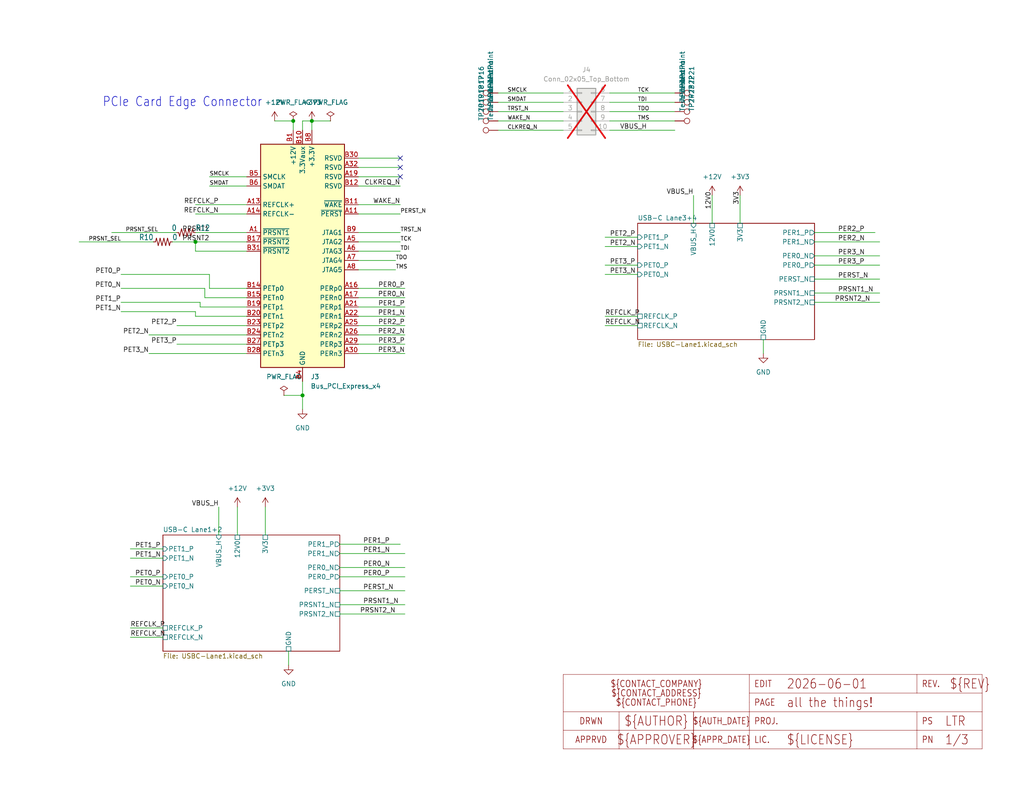
<source format=kicad_sch>
(kicad_sch (version 20230121) (generator eeschema)
  (paper "A")
  (title_block (date "2023-08-18") (rev "v1"))
  (lib_symbols
    (symbol "Connector:Bus_PCI_Express_x4"
      (property "Reference" "J" (at -8.89 33.02 0))
      (property "Value" "Bus_PCI_Express_x4" (at 12.7 33.02 0))
      (symbol "Bus_PCI_Express_x4_0_1"
        (rectangle (start -11.43 31.75) (end 11.43 -29.21) (stroke (width 0.254)) (fill (type background)))
      )
      (symbol "Bus_PCI_Express_x4_1_1"
        (pin passive line (at -15.24 7.62 0) (length 3.81) (name "~{PRSNT1}") (number "A1"))
        (pin passive line (at 2.54 35.56 270) (length 3.81) hide (name "+3.3V") (number "A10"))
        (pin input line (at 15.24 12.7 180) (length 3.81) (name "~{PERST}") (number "A11"))
        (pin passive line (at 0 -33.02 90) (length 3.81) hide (name "GND") (number "A12"))
        (pin input line (at -15.24 15.24 0) (length 3.81) (name "REFCLK+") (number "A13"))
        (pin input line (at -15.24 12.7 0) (length 3.81) (name "REFCLK-") (number "A14"))
        (pin passive line (at 0 -33.02 90) (length 3.81) hide (name "GND") (number "A15"))
        (pin output line (at 15.24 -7.62 180) (length 3.81) (name "PERp0") (number "A16"))
        (pin output line (at 15.24 -10.16 180) (length 3.81) (name "PERn0") (number "A17"))
        (pin passive line (at 0 -33.02 90) (length 3.81) hide (name "GND") (number "A18"))
        (pin passive line (at 15.24 22.86 180) (length 3.81) (name "RSVD") (number "A19"))
        (pin passive line (at -2.54 35.56 270) (length 3.81) hide (name "+12V") (number "A2"))
        (pin passive line (at 0 -33.02 90) (length 3.81) hide (name "GND") (number "A20"))
        (pin output line (at 15.24 -12.7 180) (length 3.81) (name "PERp1") (number "A21"))
        (pin output line (at 15.24 -15.24 180) (length 3.81) (name "PERn1") (number "A22"))
        (pin passive line (at 0 -33.02 90) (length 3.81) hide (name "GND") (number "A23"))
        (pin passive line (at 0 -33.02 90) (length 3.81) hide (name "GND") (number "A24"))
        (pin output line (at 15.24 -17.78 180) (length 3.81) (name "PERp2") (number "A25"))
        (pin output line (at 15.24 -20.32 180) (length 3.81) (name "PERn2") (number "A26"))
        (pin passive line (at 0 -33.02 90) (length 3.81) hide (name "GND") (number "A27"))
        (pin passive line (at 0 -33.02 90) (length 3.81) hide (name "GND") (number "A28"))
        (pin output line (at 15.24 -22.86 180) (length 3.81) (name "PERp3") (number "A29"))
        (pin passive line (at -2.54 35.56 270) (length 3.81) hide (name "+12V") (number "A3"))
        (pin output line (at 15.24 -25.4 180) (length 3.81) (name "PERn3") (number "A30"))
        (pin passive line (at 0 -33.02 90) (length 3.81) hide (name "GND") (number "A31"))
        (pin passive line (at 15.24 25.4 180) (length 3.81) (name "RSVD") (number "A32"))
        (pin passive line (at 0 -33.02 90) (length 3.81) hide (name "GND") (number "A4"))
        (pin input line (at 15.24 5.08 180) (length 3.81) (name "JTAG2") (number "A5"))
        (pin input line (at 15.24 2.54 180) (length 3.81) (name "JTAG3") (number "A6"))
        (pin output line (at 15.24 0 180) (length 3.81) (name "JTAG4") (number "A7"))
        (pin input line (at 15.24 -2.54 180) (length 3.81) (name "JTAG5") (number "A8"))
        (pin passive line (at 2.54 35.56 270) (length 3.81) hide (name "+3.3V") (number "A9"))
        (pin power_in line (at -2.54 35.56 270) (length 3.81) (name "+12V") (number "B1"))
        (pin power_in line (at 0 35.56 270) (length 3.81) (name "3.3Vaux") (number "B10"))
        (pin open_collector line (at 15.24 15.24 180) (length 3.81) (name "~{WAKE}") (number "B11"))
        (pin passive line (at 15.24 20.32 180) (length 3.81) (name "RSVD") (number "B12"))
        (pin passive line (at 0 -33.02 90) (length 3.81) hide (name "GND") (number "B13"))
        (pin input line (at -15.24 -7.62 0) (length 3.81) (name "PETp0") (number "B14"))
        (pin input line (at -15.24 -10.16 0) (length 3.81) (name "PETn0") (number "B15"))
        (pin passive line (at 0 -33.02 90) (length 3.81) hide (name "GND") (number "B16"))
        (pin passive line (at -15.24 5.08 0) (length 3.81) (name "~{PRSNT2}") (number "B17"))
        (pin passive line (at 0 -33.02 90) (length 3.81) hide (name "GND") (number "B18"))
        (pin input line (at -15.24 -12.7 0) (length 3.81) (name "PETp1") (number "B19"))
        (pin passive line (at -2.54 35.56 270) (length 3.81) hide (name "+12V") (number "B2"))
        (pin input line (at -15.24 -15.24 0) (length 3.81) (name "PETn1") (number "B20"))
        (pin passive line (at 0 -33.02 90) (length 3.81) hide (name "GND") (number "B21"))
        (pin passive line (at 0 -33.02 90) (length 3.81) hide (name "GND") (number "B22"))
        (pin input line (at -15.24 -17.78 0) (length 3.81) (name "PETp2") (number "B23"))
        (pin input line (at -15.24 -20.32 0) (length 3.81) (name "PETn2") (number "B24"))
        (pin passive line (at 0 -33.02 90) (length 3.81) hide (name "GND") (number "B25"))
        (pin passive line (at 0 -33.02 90) (length 3.81) hide (name "GND") (number "B26"))
        (pin input line (at -15.24 -22.86 0) (length 3.81) (name "PETp3") (number "B27"))
        (pin input line (at -15.24 -25.4 0) (length 3.81) (name "PETn3") (number "B28"))
        (pin passive line (at 0 -33.02 90) (length 3.81) hide (name "GND") (number "B29"))
        (pin passive line (at -2.54 35.56 270) (length 3.81) hide (name "+12V") (number "B3"))
        (pin passive line (at 15.24 27.94 180) (length 3.81) (name "RSVD") (number "B30"))
        (pin passive line (at -15.24 2.54 0) (length 3.81) (name "~{PRSNT2}") (number "B31"))
        (pin passive line (at 0 -33.02 90) (length 3.81) hide (name "GND") (number "B32"))
        (pin power_in line (at 0 -33.02 90) (length 3.81) (name "GND") (number "B4"))
        (pin input line (at -15.24 22.86 0) (length 3.81) (name "SMCLK") (number "B5"))
        (pin bidirectional line (at -15.24 20.32 0) (length 3.81) (name "SMDAT") (number "B6"))
        (pin passive line (at 0 -33.02 90) (length 3.81) hide (name "GND") (number "B7"))
        (pin power_in line (at 2.54 35.56 270) (length 3.81) (name "+3.3V") (number "B8"))
        (pin input line (at 15.24 7.62 180) (length 3.81) (name "JTAG1") (number "B9"))
      )
    )
    (symbol "Connector:TestPoint" (pin_numbers hide) (pin_names (offset 0.762) hide)
      (property "Reference" "TP" (at 0 6.858 0))
      (property "Value" "TestPoint" (at 0 5.08 0))
      (symbol "TestPoint_0_1"
        (circle (center 0 3.302) (radius 0.762))
      )
      (symbol "TestPoint_1_1"
        (pin passive line (at 0 0 90) (length 2.54) (name "1") (number "1"))
      )
    )
    (symbol "Connector_Generic:Conn_02x05_Top_Bottom" (pin_names (offset 1.016) hide)
      (property "Reference" "J" (at 1.27 7.62 0))
      (property "Value" "Conn_02x05_Top_Bottom" (at 1.27 -7.62 0))
      (symbol "Conn_02x05_Top_Bottom_1_1"
        (rectangle (start -1.27 -4.953) (end 0 -5.207) (stroke (width 0.1524)))
        (rectangle (start -1.27 -2.413) (end 0 -2.667) (stroke (width 0.1524)))
        (rectangle (start -1.27 0.127) (end 0 -0.127) (stroke (width 0.1524)))
        (rectangle (start -1.27 2.667) (end 0 2.413) (stroke (width 0.1524)))
        (rectangle (start -1.27 5.207) (end 0 4.953) (stroke (width 0.1524)))
        (rectangle (start -1.27 6.35) (end 3.81 -6.35) (stroke (width 0.254)) (fill (type background)))
        (rectangle (start 3.81 -4.953) (end 2.54 -5.207) (stroke (width 0.1524)))
        (rectangle (start 3.81 -2.413) (end 2.54 -2.667) (stroke (width 0.1524)))
        (rectangle (start 3.81 0.127) (end 2.54 -0.127) (stroke (width 0.1524)))
        (rectangle (start 3.81 2.667) (end 2.54 2.413) (stroke (width 0.1524)))
        (rectangle (start 3.81 5.207) (end 2.54 4.953) (stroke (width 0.1524)))
        (pin passive line (at -5.08 5.08 0) (length 3.81) (name "Pin_1") (number "1"))
        (pin passive line (at 7.62 -5.08 180) (length 3.81) (name "Pin_10") (number "10"))
        (pin passive line (at -5.08 2.54 0) (length 3.81) (name "Pin_2") (number "2"))
        (pin passive line (at -5.08 0 0) (length 3.81) (name "Pin_3") (number "3"))
        (pin passive line (at -5.08 -2.54 0) (length 3.81) (name "Pin_4") (number "4"))
        (pin passive line (at -5.08 -5.08 0) (length 3.81) (name "Pin_5") (number "5"))
        (pin passive line (at 7.62 5.08 180) (length 3.81) (name "Pin_6") (number "6"))
        (pin passive line (at 7.62 2.54 180) (length 3.81) (name "Pin_7") (number "7"))
        (pin passive line (at 7.62 0 180) (length 3.81) (name "Pin_8") (number "8"))
        (pin passive line (at 7.62 -2.54 180) (length 3.81) (name "Pin_9") (number "9"))
      )
    )
    (symbol "pcie2usbc-eagle-import:FRAME_LTR_L"
      (symbol "FRAME_LTR_L_1_0"
        (polyline (pts (xy 0 23.8125) (xy 3.81 23.8125)))
        (polyline (pts (xy 0 47.625) (xy 3.81 47.625)))
        (polyline (pts (xy 0 71.4375) (xy 3.81 71.4375)))
        (polyline (pts (xy 0 95.25) (xy 3.81 95.25)))
        (polyline (pts (xy 0 119.0625) (xy 3.81 119.0625)))
        (polyline (pts (xy 0 142.875) (xy 3.81 142.875)))
        (polyline (pts (xy 0 166.6875) (xy 3.81 166.6875)))
        (polyline (pts (xy 3.81 3.81) (xy 3.81 186.69)))
        (polyline (pts (xy 31.75 0) (xy 31.75 3.81)))
        (polyline (pts (xy 31.75 186.69) (xy 31.75 190.5)))
        (polyline (pts (xy 63.5 0) (xy 63.5 3.81)))
        (polyline (pts (xy 63.5 186.69) (xy 63.5 190.5)))
        (polyline (pts (xy 95.25 0) (xy 95.25 3.81)))
        (polyline (pts (xy 95.25 186.69) (xy 95.25 190.5)))
        (polyline (pts (xy 127 0) (xy 127 3.81)))
        (polyline (pts (xy 127 186.69) (xy 127 190.5)))
        (polyline (pts (xy 158.75 0) (xy 158.75 3.81)))
        (polyline (pts (xy 158.75 186.69) (xy 158.75 190.5)))
        (polyline (pts (xy 190.5 0) (xy 190.5 3.81)))
        (polyline (pts (xy 190.5 186.69) (xy 190.5 190.5)))
        (polyline (pts (xy 222.25 0) (xy 222.25 3.81)))
        (polyline (pts (xy 222.25 186.69) (xy 222.25 190.5)))
        (polyline (pts (xy 250.19 3.81) (xy 3.81 3.81)))
        (polyline (pts (xy 250.19 3.81) (xy 250.19 186.69)))
        (polyline (pts (xy 250.19 23.8125) (xy 254 23.8125)))
        (polyline (pts (xy 250.19 47.625) (xy 254 47.625)))
        (polyline (pts (xy 250.19 71.4375) (xy 254 71.4375)))
        (polyline (pts (xy 250.19 95.25) (xy 254 95.25)))
        (polyline (pts (xy 250.19 119.0625) (xy 254 119.0625)))
        (polyline (pts (xy 250.19 142.875) (xy 254 142.875)))
        (polyline (pts (xy 250.19 166.6875) (xy 254 166.6875)))
        (polyline (pts (xy 250.19 186.69) (xy 3.81 186.69)))
        (polyline (pts (xy 0 0) (xy 254 0) (xy 254 190.5) (xy 0 190.5) (xy 0 0)))
        (text "1" (at 15.875 1.905 0) (effects (font (size 2.54 2.286))))
        (text "1" (at 15.875 188.595 0) (effects (font (size 2.54 2.286))))
        (text "2" (at 47.625 1.905 0) (effects (font (size 2.54 2.286))))
        (text "2" (at 47.625 188.595 0) (effects (font (size 2.54 2.286))))
        (text "3" (at 79.375 1.905 0) (effects (font (size 2.54 2.286))))
        (text "3" (at 79.375 188.595 0) (effects (font (size 2.54 2.286))))
        (text "4" (at 111.125 1.905 0) (effects (font (size 2.54 2.286))))
        (text "4" (at 111.125 188.595 0) (effects (font (size 2.54 2.286))))
        (text "5" (at 142.875 1.905 0) (effects (font (size 2.54 2.286))))
        (text "5" (at 142.875 188.595 0) (effects (font (size 2.54 2.286))))
        (text "6" (at 174.625 1.905 0) (effects (font (size 2.54 2.286))))
        (text "6" (at 174.625 188.595 0) (effects (font (size 2.54 2.286))))
        (text "7" (at 206.375 1.905 0) (effects (font (size 2.54 2.286))))
        (text "7" (at 206.375 188.595 0) (effects (font (size 2.54 2.286))))
        (text "8" (at 238.125 1.905 0) (effects (font (size 2.54 2.286))))
        (text "8" (at 238.125 188.595 0) (effects (font (size 2.54 2.286))))
        (text "A" (at 1.905 178.5938 0) (effects (font (size 2.54 2.286))))
        (text "A" (at 252.095 178.5938 0) (effects (font (size 2.54 2.286))))
        (text "B" (at 1.905 154.7813 0) (effects (font (size 2.54 2.286))))
        (text "B" (at 252.095 154.7813 0) (effects (font (size 2.54 2.286))))
        (text "C" (at 1.905 130.9688 0) (effects (font (size 2.54 2.286))))
        (text "C" (at 252.095 130.9688 0) (effects (font (size 2.54 2.286))))
        (text "D" (at 1.905 107.1563 0) (effects (font (size 2.54 2.286))))
        (text "D" (at 252.095 107.1563 0) (effects (font (size 2.54 2.286))))
        (text "E" (at 1.905 83.3438 0) (effects (font (size 2.54 2.286))))
        (text "E" (at 252.095 83.3438 0) (effects (font (size 2.54 2.286))))
        (text "F" (at 1.905 59.5313 0) (effects (font (size 2.54 2.286))))
        (text "F" (at 252.095 59.5313 0) (effects (font (size 2.54 2.286))))
        (text "G" (at 1.905 35.7188 0) (effects (font (size 2.54 2.286))))
        (text "G" (at 252.095 35.7188 0) (effects (font (size 2.54 2.286))))
        (text "H" (at 1.905 11.9063 0) (effects (font (size 2.54 2.286))))
        (text "H" (at 252.095 11.9063 0) (effects (font (size 2.54 2.286))))
      )
      (symbol "FRAME_LTR_L_2_0"
        (polyline (pts (xy 0 0) (xy 0 5.08)) (stroke (width 0.1016)))
        (polyline (pts (xy 0 0) (xy 15.24 0)) (stroke (width 0.1016)))
        (polyline (pts (xy 0 5.08) (xy 0 10.16)) (stroke (width 0.1016)))
        (polyline (pts (xy 0 10.16) (xy 0 12.7)) (stroke (width 0.1016)))
        (polyline (pts (xy 0 10.16) (xy 15.24 10.16)) (stroke (width 0.1016)))
        (polyline (pts (xy 0 12.7) (xy 0 17.78)) (stroke (width 0.1016)))
        (polyline (pts (xy 0 17.78) (xy 0 20.32)) (stroke (width 0.1016)))
        (polyline (pts (xy 15.24 0) (xy 15.24 5.08)) (stroke (width 0.1016)))
        (polyline (pts (xy 15.24 0) (xy 35.56 0)) (stroke (width 0.1016)))
        (polyline (pts (xy 15.24 5.08) (xy 0 5.08)) (stroke (width 0.1016)))
        (polyline (pts (xy 15.24 5.08) (xy 15.24 10.16)) (stroke (width 0.1016)))
        (polyline (pts (xy 15.24 10.16) (xy 35.56 10.16)) (stroke (width 0.1016)))
        (polyline (pts (xy 35.56 0) (xy 35.56 5.08)) (stroke (width 0.1016)))
        (polyline (pts (xy 35.56 0) (xy 35.56 5.08)) (stroke (width 0.1016)))
        (polyline (pts (xy 35.56 0) (xy 50.8 0)) (stroke (width 0.1016)))
        (polyline (pts (xy 35.56 5.08) (xy 15.24 5.08)) (stroke (width 0.1016)))
        (polyline (pts (xy 35.56 5.08) (xy 35.56 10.16)) (stroke (width 0.1016)))
        (polyline (pts (xy 35.56 5.08) (xy 35.56 10.16)) (stroke (width 0.1016)))
        (polyline (pts (xy 35.56 10.16) (xy 50.8 10.16)) (stroke (width 0.1016)))
        (polyline (pts (xy 50.8 0) (xy 50.8 5.08)) (stroke (width 0.1016)))
        (polyline (pts (xy 50.8 0) (xy 96.52 0)) (stroke (width 0.1016)))
        (polyline (pts (xy 50.8 5.08) (xy 35.56 5.08)) (stroke (width 0.1016)))
        (polyline (pts (xy 50.8 5.08) (xy 50.8 10.16)) (stroke (width 0.1016)))
        (polyline (pts (xy 50.8 10.16) (xy 50.8 12.7)) (stroke (width 0.1016)))
        (polyline (pts (xy 50.8 10.16) (xy 96.52 10.16)) (stroke (width 0.1016)))
        (polyline (pts (xy 50.8 12.7) (xy 50.8 15.24)) (stroke (width 0.1016)))
        (polyline (pts (xy 50.8 15.24) (xy 50.8 20.32)) (stroke (width 0.1016)))
        (polyline (pts (xy 50.8 15.24) (xy 96.52 15.24)) (stroke (width 0.1016)))
        (polyline (pts (xy 50.8 20.32) (xy 0 20.32)) (stroke (width 0.1016)))
        (polyline (pts (xy 96.52 0) (xy 114.3 0)) (stroke (width 0.1016)))
        (polyline (pts (xy 96.52 5.08) (xy 50.8 5.08)) (stroke (width 0.1016)))
        (polyline (pts (xy 96.52 5.08) (xy 96.52 0)) (stroke (width 0.1016)))
        (polyline (pts (xy 96.52 10.16) (xy 96.52 5.08)) (stroke (width 0.1016)))
        (polyline (pts (xy 96.52 10.16) (xy 114.3 10.16)) (stroke (width 0.1016)))
        (polyline (pts (xy 96.52 15.24) (xy 114.3 15.24)) (stroke (width 0.1016)))
        (polyline (pts (xy 96.52 20.32) (xy 50.8 20.32)) (stroke (width 0.1016)))
        (polyline (pts (xy 96.52 20.32) (xy 96.52 15.24)) (stroke (width 0.1016)))
        (polyline (pts (xy 114.3 5.08) (xy 96.52 5.08)) (stroke (width 0.1016)))
        (polyline (pts (xy 114.3 5.08) (xy 114.3 0)) (stroke (width 0.1016)))
        (polyline (pts (xy 114.3 10.16) (xy 114.3 5.08)) (stroke (width 0.1016)))
        (polyline (pts (xy 114.3 15.24) (xy 114.3 10.16)) (stroke (width 0.1016)))
        (polyline (pts (xy 114.3 20.32) (xy 96.52 20.32)) (stroke (width 0.1016)))
        (polyline (pts (xy 114.3 20.32) (xy 114.3 15.24)) (stroke (width 0.1016)))
        (text "${#}/${##}" (at 104.14 2.54 0) (effects (font (size 2.54 2.159)) (justify left)))
        (text "${APPR_DATE}" (at 43.18 2.54 0) (effects (font (size 1.778 1.5113))))
        (text "${APPROVER}" (at 25.4 2.54 0) (effects (font (size 2.54 2.159))))
        (text "${AUTH_DATE}" (at 43.18 7.62 0) (effects (font (size 1.778 1.5113))))
        (text "${AUTHOR}" (at 25.4 7.62 0) (effects (font (size 2.54 2.159))))
        (text "${CONTACT_ADDRESS}" (at 25.4 15.24 0) (effects (font (size 1.778 1.5113))))
        (text "${CONTACT_COMPANY}" (at 25.4 17.78 0) (effects (font (size 1.778 1.5113))))
        (text "${CONTACT_PHONE}" (at 25.4 12.7 0) (effects (font (size 1.778 1.5113))))
        (text "${CURRENT_DATE}" (at 60.96 17.78 0) (effects (font (size 2.54 2.159)) (justify left)))
        (text "${LICENSE}" (at 60.96 2.54 0) (effects (font (size 2.54 2.159)) (justify left)))
        (text "${PROJECTNAME}" (at 60.96 7.62 0) (effects (font (size 2.54 2.159)) (justify left)))
        (text "${REV}" (at 105.41 17.78 0) (effects (font (size 2.54 2.159)) (justify left)))
        (text "${SECTION}" (at 60.96 12.7 0) (effects (font (size 2.54 2.159)) (justify left)))
        (text "APPRVD" (at 7.62 2.54 0) (effects (font (size 1.778 1.5113))))
        (text "DRWN" (at 7.62 7.62 0) (effects (font (size 1.778 1.5113))))
        (text "EDIT" (at 52.07 17.78 0) (effects (font (size 1.778 1.5113)) (justify left)))
        (text "LIC." (at 52.07 2.54 0) (effects (font (size 1.778 1.5113)) (justify left)))
        (text "LTR" (at 104.14 7.62 0) (effects (font (size 2.54 2.159)) (justify left)))
        (text "PAGE" (at 52.07 12.7 0) (effects (font (size 1.778 1.5113)) (justify left)))
        (text "PN" (at 97.79 2.54 0) (effects (font (size 1.778 1.5113)) (justify left)))
        (text "PROJ." (at 52.07 7.62 0) (effects (font (size 1.778 1.5113)) (justify left)))
        (text "PS" (at 97.79 7.62 0) (effects (font (size 1.778 1.5113)) (justify left)))
        (text "REV." (at 97.79 17.78 0) (effects (font (size 1.778 1.5113)) (justify left)))
      )
    )
    (symbol "pcie2usbc-eagle-import:R-US_R0603"
      (property "Reference" "R" (at 2.54 1.27 0))
      (symbol "R-US_R0603_1_0"
        (polyline (pts (xy -1.016 -1.778) (xy 0 -2.032)) (stroke (width 0.2032)))
        (polyline (pts (xy -1.016 -0.762) (xy 1.016 -0.254)) (stroke (width 0.2032)))
        (polyline (pts (xy -1.016 0.254) (xy 1.016 0.762)) (stroke (width 0.2032)))
        (polyline (pts (xy -1.016 1.27) (xy 1.016 1.778)) (stroke (width 0.2032)))
        (polyline (pts (xy 0 -2.032) (xy 0 -2.54)) (stroke (width 0.2032)))
        (polyline (pts (xy 0 2.032) (xy 0 2.54)) (stroke (width 0.2032)))
        (polyline (pts (xy 1.016 -1.27) (xy -1.016 -1.778)) (stroke (width 0.2032)))
        (polyline (pts (xy 1.016 -1.27) (xy -1.016 -0.762)) (stroke (width 0.2032)))
        (polyline (pts (xy 1.016 -0.254) (xy -1.016 0.254)) (stroke (width 0.2032)))
        (polyline (pts (xy 1.016 0.762) (xy -1.016 1.27)) (stroke (width 0.2032)))
        (polyline (pts (xy 1.016 1.778) (xy 0 2.032)) (stroke (width 0.2032)))
        (pin passive line (at 0 -2.54 90) (length 0) (name "1") (number "1"))
        (pin passive line (at 0 2.54 270) (length 0) (name "2") (number "2"))
      )
    )
    (symbol "power:+12V" (power) (pin_names (offset 0))
      (property "Value" "+12V" (at 0 3.556 0))
      (symbol "+12V_0_1"
        (polyline (pts (xy -0.762 1.27) (xy 0 2.54)))
        (polyline (pts (xy 0 0) (xy 0 2.54)))
        (polyline (pts (xy 0 2.54) (xy 0.762 1.27)))
      )
      (symbol "+12V_1_1"
        (pin power_in line (at 0 0 90) (length 0) hide (name "+12V") (number "1"))
      )
    )
    (symbol "power:+3V3" (power) (pin_names (offset 0))
      (property "Value" "+3V3" (at 0 3.556 0))
      (symbol "+3V3_0_1"
        (polyline (pts (xy -0.762 1.27) (xy 0 2.54)))
        (polyline (pts (xy 0 0) (xy 0 2.54)))
        (polyline (pts (xy 0 2.54) (xy 0.762 1.27)))
      )
      (symbol "+3V3_1_1"
        (pin power_in line (at 0 0 90) (length 0) hide (name "+3V3") (number "1"))
      )
    )
    (symbol "power:GND" (power) (pin_names (offset 0))
      (property "Value" "GND" (at 0 -3.81 0))
      (symbol "GND_0_1"
        (polyline (pts (xy 0 0) (xy 0 -1.27) (xy 1.27 -1.27) (xy 0 -2.54) (xy -1.27 -1.27) (xy 0 -1.27)))
      )
      (symbol "GND_1_1"
        (pin power_in line (at 0 0 270) (length 0) hide (name "GND") (number "1"))
      )
    )
    (symbol "power:PWR_FLAG" (power) (pin_numbers hide) (pin_names (offset 0) hide)
      (property "Value" "PWR_FLAG" (at 0 3.81 0))
      (symbol "PWR_FLAG_0_0"
        (pin power_out line (at 0 0 90) (length 0) (name "pwr") (number "1"))
      )
      (symbol "PWR_FLAG_0_1"
        (polyline (pts (xy 0 0) (xy 0 1.27) (xy -1.016 1.905) (xy 0 2.54) (xy 1.016 1.905) (xy 0 1.27)))
      )
    )
  )
  (junction (at 85.09 33.02))
  (junction (at 80.01 33.02))
  (junction (at 53.34 66.04))
  (junction (at 82.55 107.95))
  (no_connect (at 109.22 43.18))
  (no_connect (at 109.22 48.26))
  (no_connect (at 109.22 45.72))
  (wire (pts (xy 48.26 93.98) (xy 67.31 93.98)))
  (wire (pts (xy 53.34 68.58) (xy 67.31 68.58)))
  (wire (pts (xy 165.1 72.39) (xy 173.99 72.39)))
  (wire (pts (xy 54.61 83.82) (xy 54.61 82.55)))
  (wire (pts (xy 222.25 76.2) (xy 240.03 76.2)))
  (wire (pts (xy 53.34 55.88) (xy 67.31 55.88)))
  (wire (pts (xy 53.34 58.42) (xy 67.31 58.42)))
  (wire (pts (xy 166.37 27.94) (xy 184.15 27.94)) (stroke (width 0.1524)))
  (wire (pts (xy 153.67 25.4) (xy 135.89 25.4)) (stroke (width 0.1524)))
  (wire (pts (xy 85.09 33.02) (xy 90.17 33.02)))
  (wire (pts (xy 92.71 165.1) (xy 110.49 165.1)))
  (wire (pts (xy 222.25 80.01) (xy 240.03 80.01)))
  (wire (pts (xy 85.09 35.56) (xy 85.09 33.02)))
  (wire (pts (xy 97.79 78.74) (xy 110.49 78.74)))
  (wire (pts (xy 97.79 71.12) (xy 107.95 71.12)))
  (wire (pts (xy 165.1 74.93) (xy 173.99 74.93)))
  (wire (pts (xy 57.15 74.93) (xy 33.02 74.93)))
  (wire (pts (xy 35.56 152.4) (xy 44.45 152.4)))
  (wire (pts (xy 92.71 167.64) (xy 110.49 167.64)))
  (wire (pts (xy 67.31 83.82) (xy 54.61 83.82)))
  (wire (pts (xy 35.56 157.48) (xy 44.45 157.48)))
  (wire (pts (xy 55.88 81.28) (xy 55.88 78.74)))
  (wire (pts (xy 222.25 82.55) (xy 240.03 82.55)))
  (wire (pts (xy 97.79 73.66) (xy 107.95 73.66)))
  (wire (pts (xy 67.31 81.28) (xy 55.88 81.28)))
  (wire (pts (xy 48.26 88.9) (xy 67.31 88.9)))
  (wire (pts (xy 208.28 92.71) (xy 208.28 96.52)))
  (wire (pts (xy 35.56 149.86) (xy 44.45 149.86)))
  (wire (pts (xy 189.23 53.34) (xy 189.23 60.96)))
  (wire (pts (xy 59.69 138.43) (xy 59.69 146.05)))
  (wire (pts (xy 64.77 138.43) (xy 64.77 146.05)))
  (wire (pts (xy 40.64 96.52) (xy 67.31 96.52)))
  (wire (pts (xy 165.1 64.77) (xy 173.99 64.77)))
  (wire (pts (xy 97.79 81.28) (xy 110.49 81.28)))
  (wire (pts (xy 222.25 66.04) (xy 240.03 66.04)))
  (wire (pts (xy 153.67 27.94) (xy 135.89 27.94)) (stroke (width 0.1524)))
  (wire (pts (xy 53.34 66.04) (xy 67.31 66.04)))
  (wire (pts (xy 33.02 85.09) (xy 53.34 85.09)))
  (wire (pts (xy 92.71 151.13) (xy 110.49 151.13)))
  (wire (pts (xy 57.15 50.8) (xy 67.31 50.8)))
  (wire (pts (xy 194.31 53.34) (xy 194.31 60.96)))
  (wire (pts (xy 222.25 63.5) (xy 238.76 63.5)))
  (wire (pts (xy 57.15 78.74) (xy 57.15 74.93)))
  (wire (pts (xy 97.79 50.8) (xy 109.22 50.8)))
  (wire (pts (xy 48.26 63.5) (xy 30.48 63.5)) (stroke (width 0.1524)))
  (wire (pts (xy 92.71 148.59) (xy 109.22 148.59)))
  (wire (pts (xy 54.61 82.55) (xy 33.02 82.55)))
  (wire (pts (xy 35.56 160.02) (xy 44.45 160.02)))
  (wire (pts (xy 97.79 63.5) (xy 109.22 63.5)))
  (wire (pts (xy 165.1 67.31) (xy 173.99 67.31)))
  (wire (pts (xy 74.93 33.02) (xy 80.01 33.02)))
  (wire (pts (xy 82.55 35.56) (xy 82.55 33.02)))
  (wire (pts (xy 77.47 107.95) (xy 82.55 107.95)))
  (wire (pts (xy 166.37 33.02) (xy 184.15 33.02)) (stroke (width 0.1524)))
  (wire (pts (xy 153.67 35.56) (xy 135.89 35.56)) (stroke (width 0.1524)))
  (wire (pts (xy 97.79 83.82) (xy 110.49 83.82)))
  (wire (pts (xy 46.99 66.04) (xy 53.34 66.04)))
  (wire (pts (xy 97.79 58.42) (xy 109.22 58.42)))
  (wire (pts (xy 53.34 63.5) (xy 67.31 63.5)))
  (wire (pts (xy 97.79 91.44) (xy 110.49 91.44)))
  (wire (pts (xy 92.71 157.48) (xy 110.49 157.48)))
  (wire (pts (xy 97.79 48.26) (xy 109.22 48.26)))
  (wire (pts (xy 153.67 33.02) (xy 135.89 33.02)) (stroke (width 0.1524)))
  (wire (pts (xy 97.79 55.88) (xy 109.22 55.88)))
  (wire (pts (xy 97.79 43.18) (xy 109.22 43.18)))
  (wire (pts (xy 97.79 45.72) (xy 109.22 45.72)))
  (wire (pts (xy 97.79 88.9) (xy 110.49 88.9)))
  (wire (pts (xy 153.67 30.48) (xy 135.89 30.48)) (stroke (width 0.1524)))
  (wire (pts (xy 80.01 35.56) (xy 80.01 33.02)))
  (wire (pts (xy 92.71 154.94) (xy 110.49 154.94)))
  (wire (pts (xy 53.34 85.09) (xy 53.34 86.36)))
  (wire (pts (xy 82.55 33.02) (xy 85.09 33.02)))
  (wire (pts (xy 35.56 173.99) (xy 44.45 173.99)))
  (wire (pts (xy 53.34 66.04) (xy 53.34 68.58)))
  (wire (pts (xy 201.93 53.34) (xy 201.93 60.96)))
  (wire (pts (xy 165.1 88.9) (xy 173.99 88.9)))
  (wire (pts (xy 35.56 171.45) (xy 44.45 171.45)))
  (wire (pts (xy 97.79 68.58) (xy 109.22 68.58)))
  (wire (pts (xy 53.34 86.36) (xy 67.31 86.36)))
  (wire (pts (xy 97.79 86.36) (xy 110.49 86.36)))
  (wire (pts (xy 166.37 35.56) (xy 184.15 35.56)))
  (wire (pts (xy 97.79 93.98) (xy 110.49 93.98)))
  (wire (pts (xy 97.79 66.04) (xy 109.22 66.04)))
  (wire (pts (xy 165.1 86.36) (xy 173.99 86.36)))
  (wire (pts (xy 166.37 25.4) (xy 184.15 25.4)) (stroke (width 0.1524)))
  (wire (pts (xy 55.88 78.74) (xy 33.02 78.74)))
  (wire (pts (xy 222.25 69.85) (xy 240.03 69.85)))
  (wire (pts (xy 72.39 138.43) (xy 72.39 146.05)))
  (wire (pts (xy 166.37 30.48) (xy 184.15 30.48)) (stroke (width 0.1524)))
  (wire (pts (xy 78.74 177.8) (xy 78.74 181.61)))
  (wire (pts (xy 82.55 111.76) (xy 82.55 107.95)))
  (wire (pts (xy 82.55 107.95) (xy 82.55 104.14)))
  (wire (pts (xy 40.64 91.44) (xy 67.31 91.44)))
  (wire (pts (xy 222.25 72.39) (xy 240.03 72.39)))
  (wire (pts (xy 92.71 161.29) (xy 110.49 161.29)))
  (wire (pts (xy 67.31 78.74) (xy 57.15 78.74)))
  (wire (pts (xy 41.91 66.04) (xy 21.59 66.04)) (stroke (width 0.1524)))
  (wire (pts (xy 97.79 96.52) (xy 110.49 96.52)))
  (wire (pts (xy 57.15 48.26) (xy 67.31 48.26)))
  (text "PCIe Card Edge Connector" (at 27.94 27.94 0) (effects (font (size 2.54 2.159)) (justify left)))
  (label "3V3" (at 201.93 55.88 90))
  (label "WAKE_N" (at 109.22 55.88 180))
  (label "VBUS_H" (at 189.23 53.34 180))
  (label "SMDAT" (at 57.15 50.8 0) (effects (font (size 1.0668 1.0668))))
  (label "TRST_N" (at 138.43 30.48 0) (effects (font (size 1.0668 1.0668))))
  (label "VBUS_H" (at 59.69 138.43 180))
  (label "TDO" (at 107.95 71.12 0) (effects (font (size 1.0668 1.0668))))
  (label "TDO" (at 173.99 30.48 0) (effects (font (size 1.0668 1.0668))))
  (label "TMS" (at 173.99 33.02 0) (effects (font (size 1.0668 1.0668))))
  (label "REFCLK_N" (at 35.56 173.99 0))
  (label "PERST_N" (at 228.6 76.2 0))
  (label "REFCLK_P" (at 35.56 171.45 0))
  (label "PER0_N" (at 99.06 154.94 0))
  (label "PER3_P" (at 110.49 93.98 180))
  (label "PRSNT2" (at 57.15 66.04 180))
  (label "PET1_P" (at 33.02 82.55 180))
  (label "TDI" (at 173.99 27.94 0) (effects (font (size 1.0668 1.0668))))
  (label "PER2_P" (at 110.49 88.9 180))
  (label "REFCLK_P" (at 59.69 55.88 180))
  (label "SMCLK" (at 57.15 48.26 0) (effects (font (size 1.0668 1.0668))))
  (label "PET2_N" (at 40.64 91.44 180))
  (label "CLKREQ_N" (at 109.22 50.8 180))
  (label "SMDAT" (at 138.43 27.94 0) (effects (font (size 1.0668 1.0668))))
  (label "PRSNT1_N" (at 99.06 165.1 0))
  (label "PRSNT1" (at 57.15 63.5 180))
  (label "PERST_N" (at 99.06 161.29 0))
  (label "PRSNT1_N" (at 228.6 80.01 0))
  (label "VBUS_H" (at 176.53 35.56 180))
  (label "PER2_N" (at 110.49 91.44 180))
  (label "PET0_N" (at 36.83 160.02 0))
  (label "PERST_N" (at 109.22 58.42 0) (effects (font (size 1.0668 1.0668))))
  (label "PER0_P" (at 99.06 157.48 0))
  (label "PER0_N" (at 110.49 81.28 180))
  (label "PET0_N" (at 33.02 78.74 180))
  (label "TDI" (at 109.22 68.58 0) (effects (font (size 1.0668 1.0668))))
  (label "PRSNT2_N" (at 107.95 167.64 180))
  (label "PER1_N" (at 110.49 86.36 180))
  (label "PET2_N" (at 166.37 67.31 0))
  (label "CLKREQ_N" (at 138.43 35.56 0) (effects (font (size 1.0668 1.0668))))
  (label "PET0_P" (at 36.83 157.48 0))
  (label "TRST_N" (at 109.22 63.5 0) (effects (font (size 1.0668 1.0668))))
  (label "PET1_P" (at 36.83 149.86 0))
  (label "PRSNT2_N" (at 237.49 82.55 180))
  (label "PET1_N" (at 36.83 152.4 0))
  (label "PET3_P" (at 48.26 93.98 180))
  (label "PET3_N" (at 166.37 74.93 0))
  (label "PER1_P" (at 99.06 148.59 0))
  (label "PET0_P" (at 33.02 74.93 180))
  (label "12V0" (at 194.31 57.15 90))
  (label "PER3_N" (at 110.49 96.52 180))
  (label "REFCLK_N" (at 59.69 58.42 180))
  (label "TMS" (at 107.95 73.66 0) (effects (font (size 1.0668 1.0668))))
  (label "SMCLK" (at 138.43 25.4 0) (effects (font (size 1.0668 1.0668))))
  (label "PER1_P" (at 110.49 83.82 180))
  (label "PRSNT_SEL" (at 24.13 66.04 0) (effects (font (size 1.0668 1.0668))))
  (label "PET2_P" (at 166.37 64.77 0))
  (label "WAKE_N" (at 138.43 33.02 0) (effects (font (size 1.0668 1.0668))))
  (label "TCK" (at 173.99 25.4 0) (effects (font (size 1.0668 1.0668))))
  (label "PET3_P" (at 166.37 72.39 0))
  (label "PER0_P" (at 110.49 78.74 180))
  (label "REFCLK_N" (at 165.1 88.9 0))
  (label "TCK" (at 109.22 66.04 0) (effects (font (size 1.0668 1.0668))))
  (label "PET1_N" (at 33.02 85.09 180))
  (label "PET2_P" (at 48.26 88.9 180))
  (label "REFCLK_P" (at 165.1 86.36 0))
  (label "PER3_N" (at 228.6 69.85 0))
  (label "PET3_N" (at 40.64 96.52 180))
  (label "PER1_N" (at 99.06 151.13 0))
  (label "PRSNT_SEL" (at 43.18 63.5 180) (effects (font (size 1.0668 1.0668))))
  (label "PER2_N" (at 228.6 66.04 0))
  (label "PER2_P" (at 228.6 63.5 0))
  (label "PER3_P" (at 228.6 72.39 0))
  (symbol (lib_id "power:PWR_FLAG") (at 77.47 107.95 0) (unit 1)
    (property "Reference" "#FLG01" (effects hide))
    (property "Value" "PWR_FLAG" (at 77.47 102.87 0))
  )
  (symbol (lib_id "Connector:TestPoint") (at 184.15 33.02 270) (mirror x) (unit 1)
    (property "Reference" "TP24" (at 188.722 30.48 0) (effects (justify left)))
    (property "Value" "TestPoint" (at 186.182 30.48 0) (effects (justify left)))
    (property "Footprint" "TestPoint:TestPoint_Pad_D2.0mm" (effects hide))
  )
  (symbol (lib_id "pcie2usbc-eagle-import:FRAME_LTR_L") (at 153.67 204.47 0) (unit 2)
    (property "Reference" "#FRAME1" (effects hide))
    (property "Value" "FRAME_LTR_L" (effects hide))
    (property "SECTION" "all the things!" (effects hide))
  )
  (symbol (lib_id "Connector:TestPoint") (at 135.89 35.56 90) (unit 1)
    (property "Reference" "TP20" (at 131.318 33.02 0) (effects (justify left)))
    (property "Value" "TestPoint" (at 133.858 33.02 0) (effects (justify left)))
    (property "Footprint" "TestPoint:TestPoint_Pad_D2.0mm" (effects hide))
  )
  (symbol (lib_id "Connector:TestPoint") (at 184.15 25.4 270) (mirror x) (unit 1)
    (property "Reference" "TP21" (at 188.722 22.86 0) (effects (justify left)))
    (property "Value" "TestPoint" (at 186.182 22.86 0) (effects (justify left)))
    (property "Footprint" "TestPoint:TestPoint_Pad_D2.0mm" (effects hide))
  )
  (symbol (lib_id "power:GND") (at 208.28 96.52 0) (unit 1)
    (property "Reference" "#PWR011" (effects hide))
    (property "Value" "GND" (at 208.28 101.6 0))
  )
  (symbol (lib_id "power:+3V3") (at 85.09 33.02 0) (unit 1)
    (property "Reference" "#PWR021" (effects hide))
    (property "Value" "+3V3" (at 85.09 27.94 0))
  )
  (symbol (lib_id "Connector:TestPoint") (at 135.89 27.94 90) (unit 1)
    (property "Reference" "TP17" (at 131.318 25.4 0) (effects (justify left)))
    (property "Value" "TestPoint" (at 133.858 25.4 0) (effects (justify left)))
    (property "Footprint" "TestPoint:TestPoint_Pad_D2.0mm" (effects hide))
  )
  (symbol (lib_id "pcie2usbc-eagle-import:R-US_R0603") (at 44.45 66.04 270) (unit 1)
    (property "Reference" "R10" (at 41.91 64.77 90) (effects (font (size 1.524 1.2954)) (justify right)))
    (property "Value" "0" (at 46.99 64.77 90) (effects (font (size 1.524 1.2954)) (justify left)))
    (property "Footprint" "pcie2usbc:R0603" (effects hide))
  )
  (symbol (lib_id "Connector:TestPoint") (at 184.15 27.94 270) (mirror x) (unit 1)
    (property "Reference" "TP22" (at 188.722 25.4 0) (effects (justify left)))
    (property "Value" "TestPoint" (at 186.182 25.4 0) (effects (justify left)))
    (property "Footprint" "TestPoint:TestPoint_Pad_D2.0mm" (effects hide))
  )
  (symbol (lib_id "Connector:TestPoint") (at 135.89 30.48 90) (unit 1)
    (property "Reference" "TP18" (at 131.318 27.94 0) (effects (justify left)))
    (property "Value" "TestPoint" (at 133.858 27.94 0) (effects (justify left)))
    (property "Footprint" "TestPoint:TestPoint_Pad_D2.0mm" (effects hide))
  )
  (symbol (lib_id "power:+12V") (at 74.93 33.02 0) (unit 1)
    (property "Reference" "#PWR01" (effects hide))
    (property "Value" "+12V" (at 74.93 27.94 0))
  )
  (symbol (lib_id "power:+12V") (at 64.77 138.43 0) (unit 1)
    (property "Reference" "#PWR018" (effects hide))
    (property "Value" "+12V" (at 64.77 133.35 0))
  )
  (symbol (lib_id "Connector:TestPoint") (at 184.15 30.48 270) (mirror x) (unit 1)
    (property "Reference" "TP23" (at 188.722 27.94 0) (effects (justify left)))
    (property "Value" "TestPoint" (at 186.182 27.94 0) (effects (justify left)))
    (property "Footprint" "TestPoint:TestPoint_Pad_D2.0mm" (effects hide))
  )
  (symbol (lib_id "Connector:TestPoint") (at 135.89 25.4 90) (unit 1)
    (property "Reference" "TP16" (at 131.318 22.86 0) (effects (justify left)))
    (property "Value" "TestPoint" (at 133.858 22.86 0) (effects (justify left)))
    (property "Footprint" "TestPoint:TestPoint_Pad_D2.0mm" (effects hide))
  )
  (symbol (lib_id "Connector:Bus_PCI_Express_x4") (at 82.55 71.12 0) (unit 1)
    (property "Reference" "J3" (at 84.7441 102.87 0) (effects (justify left)))
    (property "Value" "Bus_PCI_Express_x4" (at 84.7441 105.41 0) (effects (justify left)))
    (property "Footprint" "Connector_PCBEdge:BUS_PCIexpress_x4" (effects hide))
    (property "Datasheet" "http://www.ritrontek.com/uploadfile/2016/1026/20161026105231124.pdf#page=63" (effects hide))
  )
  (symbol (lib_id "power:GND") (at 78.74 181.61 0) (unit 1)
    (property "Reference" "#PWR010" (effects hide))
    (property "Value" "GND" (at 78.74 186.69 0))
  )
  (symbol (lib_id "Connector_Generic:Conn_02x05_Top_Bottom") (at 158.75 30.48 0) (unit 1) (dnp yes)
    (property "Reference" "J4" (at 160.02 19.05 0))
    (property "Value" "Conn_02x05_Top_Bottom" (at 160.02 21.59 0))
    (property "Footprint" "Connector_PinHeader_2.54mm:PinHeader_2x05_P2.54mm_Vertical" (effects hide))
  )
  (symbol (lib_id "power:PWR_FLAG") (at 90.17 33.02 0) (unit 1)
    (property "Reference" "#FLG03" (effects hide))
    (property "Value" "PWR_FLAG" (at 90.17 27.94 0))
  )
  (symbol (lib_id "pcie2usbc-eagle-import:R-US_R0603") (at 50.8 63.5 90) (mirror x) (unit 1)
    (property "Reference" "R12" (at 53.34 62.23 90) (effects (font (size 1.524 1.2954)) (justify right)))
    (property "Value" "0" (at 48.26 62.23 90) (effects (font (size 1.524 1.2954)) (justify left)))
    (property "Footprint" "pcie2usbc:R0603" (effects hide))
  )
  (symbol (lib_id "power:+12V") (at 194.31 53.34 0) (unit 1)
    (property "Reference" "#PWR02" (effects hide))
    (property "Value" "+12V" (at 194.31 48.26 0))
  )
  (symbol (lib_id "power:GND") (at 82.55 111.76 0) (unit 1)
    (property "Reference" "#PWR09" (effects hide))
    (property "Value" "GND" (at 82.55 116.84 0))
  )
  (symbol (lib_id "power:+3V3") (at 201.93 53.34 0) (unit 1)
    (property "Reference" "#PWR020" (effects hide))
    (property "Value" "+3V3" (at 201.93 48.26 0))
  )
  (symbol (lib_id "power:PWR_FLAG") (at 80.01 33.02 0) (unit 1)
    (property "Reference" "#FLG02" (effects hide))
    (property "Value" "PWR_FLAG" (at 80.01 27.94 0))
  )
  (symbol (lib_id "power:+3V3") (at 72.39 138.43 0) (unit 1)
    (property "Reference" "#PWR019" (effects hide))
    (property "Value" "+3V3" (at 72.39 133.35 0))
  )
  (symbol (lib_id "Connector:TestPoint") (at 135.89 33.02 90) (unit 1)
    (property "Reference" "TP19" (at 131.318 30.48 0) (effects (justify left)))
    (property "Value" "TestPoint" (at 133.858 30.48 0) (effects (justify left)))
    (property "Footprint" "TestPoint:TestPoint_Pad_D2.0mm" (effects hide))
  )
  (sheet (at 44.45 146.05) (size 48.26 31.75) (stroke (width 0.1524))
    (property "Sheetname" "USB-C Lane1+2" (at 44.45 145.3384 0) (effects (justify left bottom)))
    (property "Sheetfile" "USBC-Lane1.kicad_sch" (at 44.45 178.3846 0) (effects (justify left top)))
    (pin "PER1_P" output (at 92.71 148.59 0))
    (pin "PER0_N" output (at 92.71 154.94 0))
    (pin "PER0_P" output (at 92.71 157.48 0))
    (pin "PET1_P" input (at 44.45 149.86 180))
    (pin "PET1_N" input (at 44.45 152.4 180))
    (pin "REFCLK_P" passive (at 44.45 171.45 180))
    (pin "REFCLK_N" passive (at 44.45 173.99 180))
    (pin "PER1_N" output (at 92.71 151.13 0))
    (pin "PET0_P" input (at 44.45 157.48 180))
    (pin "PET0_N" input (at 44.45 160.02 180))
    (pin "PERST_N" passive (at 92.71 161.29 0))
    (pin "PRSNT1_N" passive (at 92.71 165.1 0))
    (pin "PRSNT2_N" passive (at 92.71 167.64 0))
    (pin "GND" passive (at 78.74 177.8 270))
    (pin "12V0" passive (at 64.77 146.05 90))
    (pin "3V3" passive (at 72.39 146.05 90))
    (pin "VBUS_H" input (at 59.69 146.05 90))
  )
  (sheet (at 173.99 60.96) (size 48.26 31.75) (stroke (width 0.1524))
    (property "Sheetname" "USB-C Lane3+4" (at 173.99 60.2484 0) (effects (justify left bottom)))
    (property "Sheetfile" "USBC-Lane1.kicad_sch" (at 173.99 93.2946 0) (effects (justify left top)))
    (pin "PER1_P" output (at 222.25 63.5 0))
    (pin "PER0_N" output (at 222.25 69.85 0))
    (pin "PER0_P" output (at 222.25 72.39 0))
    (pin "PET1_P" input (at 173.99 64.77 180))
    (pin "PET1_N" input (at 173.99 67.31 180))
    (pin "REFCLK_P" passive (at 173.99 86.36 180))
    (pin "REFCLK_N" passive (at 173.99 88.9 180))
    (pin "PER1_N" output (at 222.25 66.04 0))
    (pin "PET0_P" input (at 173.99 72.39 180))
    (pin "PET0_N" input (at 173.99 74.93 180))
    (pin "PERST_N" passive (at 222.25 76.2 0))
    (pin "PRSNT1_N" passive (at 222.25 80.01 0))
    (pin "PRSNT2_N" passive (at 222.25 82.55 0))
    (pin "GND" passive (at 208.28 92.71 270))
    (pin "12V0" passive (at 194.31 60.96 90))
    (pin "3V3" passive (at 201.93 60.96 90))
    (pin "VBUS_H" input (at 189.23 60.96 90))
  )
)
</source>
